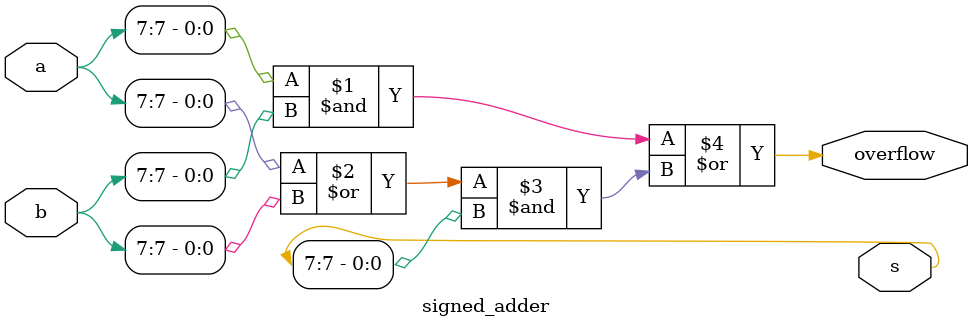
<source format=v>

module signed_adder(input [7:0] a,
    input [7:0] b,
    output [7:0] s,
    output overflow
); 

// The numbers a and b are added to the output s. 
// assign the occurence of the signed overflow of a and b to the output overflow.
// a signed overflow occurs if the most significant bits of a and b are low and the most significant bit of s is high
// a signed overflow may also occur if the most significant bits of a and b are high and the most significant bit of s is low


assign overflow = (a[7] & b[7]) | ((a[7] | b[7]) & s[7]);
//or
//assign overflow = a[7] & b[7] & s[7];

endmodule

</source>
